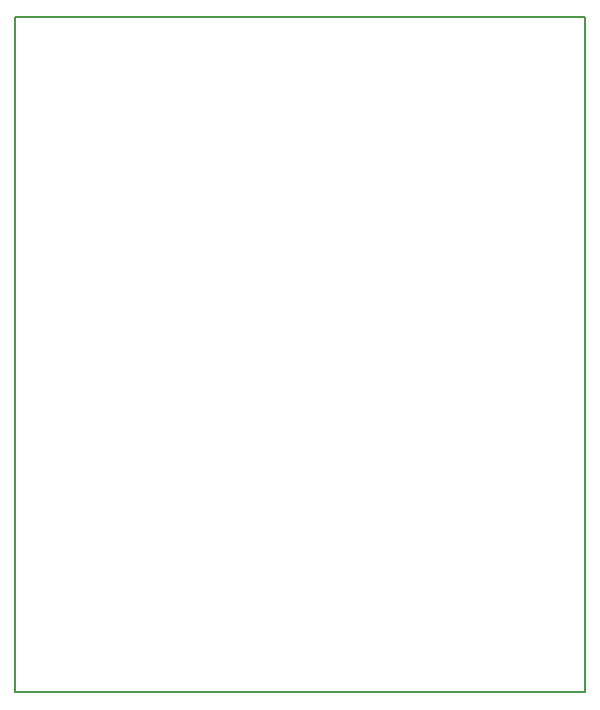
<source format=gbr>
G04 #@! TF.FileFunction,Profile,NP*
%FSLAX46Y46*%
G04 Gerber Fmt 4.6, Leading zero omitted, Abs format (unit mm)*
G04 Created by KiCad (PCBNEW 4.0.7) date 02/20/20 23:32:09*
%MOMM*%
%LPD*%
G01*
G04 APERTURE LIST*
%ADD10C,0.150000*%
G04 APERTURE END LIST*
D10*
X118110000Y-68580000D02*
X160020000Y-68580000D01*
X118110000Y-125730000D02*
X118110000Y-68580000D01*
X158115000Y-125730000D02*
X118110000Y-125730000D01*
X166370000Y-125730000D02*
X158115000Y-125730000D01*
X166370000Y-68580000D02*
X166370000Y-125730000D01*
X160020000Y-68580000D02*
X166370000Y-68580000D01*
X165100000Y-125730000D02*
X166370000Y-125730000D01*
X158115000Y-125730000D02*
X165100000Y-125730000D01*
M02*

</source>
